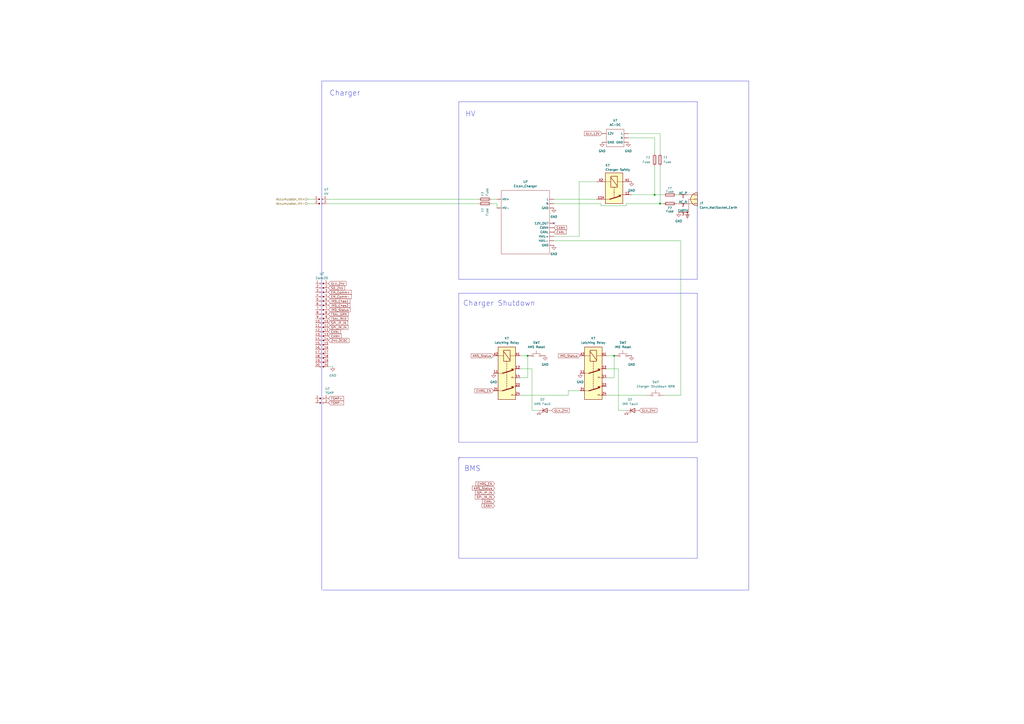
<source format=kicad_sch>
(kicad_sch (version 20230121) (generator eeschema)
  (paper "A2")
  (lib_symbols
    (symbol "Connector:Conn_WallSocket_Earth" (pin_names (offset 0))
      (property "Reference" "J" (at 3.81 6.985 0))
      (property "Value" "Conn_WallSocket_Earth" (at 7.62 2.54 90))
      (symbol "Conn_WallSocket_Earth_0_1"
        (circle (center 0 -5.08) (radius 0.3556) (fill (type outline)))
        (polyline (pts (xy -1.27 -6.35) (xy 1.27 -6.35)) (stroke (width 0.2032)))
        (polyline (pts (xy 0 -5.08) (xy 0 -6.35)) (stroke (width 0.2032)))
        (polyline (pts (xy 0.254 -8.382) (xy -0.254 -8.382)) (stroke (width 0.2032)))
        (polyline (pts (xy 0.508 -7.874) (xy -0.508 -7.874)) (stroke (width 0.2032)))
        (polyline (pts (xy 0.762 -7.366) (xy -0.762 -7.366)) (stroke (width 0.2032)))
        (polyline (pts (xy 1.016 -6.858) (xy -1.016 -6.858)) (stroke (width 0.2032)))
        (polyline (pts (xy 4.064 0) (xy 0 0)))
        (polyline (pts (xy 4.064 5.08) (xy 0 5.08)))
        (polyline (pts (xy 5.715 -1.27) (xy 5.715 6.35)) (stroke (width 0.254)))
        (polyline (pts (xy 0 -5.08) (xy 0.635 -5.08) (xy 0.635 2.54) (xy 4.064 2.54)))
        (rectangle (start 5.715 -0.254) (end 4.064 0.254))
        (rectangle (start 5.715 2.286) (end 4.064 2.794))
        (rectangle (start 5.715 4.826) (end 4.064 5.334))
        (arc (start 5.715 6.35) (mid 1.9216 2.54) (end 5.715 -1.27) (stroke (width 0.254)) (fill (type background)))
      )
      (symbol "Conn_WallSocket_Earth_1_1"
        (pin power_in line (at -5.08 5.08 0) (length 5.08) (name "AC_P") (number "1"))
        (pin power_in line (at -5.08 0 0) (length 5.08) (name "AC_N") (number "2"))
        (pin passive line (at -5.08 -5.08 0) (length 5.08) (name "EARTH") (number "3"))
      )
    )
    (symbol "Device:Fuse" (pin_numbers hide) (pin_names (offset 0))
      (property "Reference" "F" (at 2.032 0 90))
      (property "Value" "Fuse" (at -1.905 0 90))
      (symbol "Fuse_0_1"
        (rectangle (start -0.762 -2.54) (end 0.762 2.54) (stroke (width 0.254)))
        (polyline (pts (xy 0 2.54) (xy 0 -2.54)))
      )
      (symbol "Fuse_1_1"
        (pin passive line (at 0 3.81 270) (length 1.27) (name "~") (number "1"))
        (pin passive line (at 0 -3.81 90) (length 1.27) (name "~") (number "2"))
      )
    )
    (symbol "Device:LED" (pin_numbers hide) (pin_names (offset 1.016) hide)
      (property "Reference" "D" (at 0 2.54 0))
      (property "Value" "LED" (at 0 -2.54 0))
      (symbol "LED_0_1"
        (polyline (pts (xy -1.27 -1.27) (xy -1.27 1.27)) (stroke (width 0.254)))
        (polyline (pts (xy -1.27 0) (xy 1.27 0)))
        (polyline (pts (xy 1.27 -1.27) (xy 1.27 1.27) (xy -1.27 0) (xy 1.27 -1.27)) (stroke (width 0.254)))
        (polyline (pts (xy -3.048 -0.762) (xy -4.572 -2.286) (xy -3.81 -2.286) (xy -4.572 -2.286) (xy -4.572 -1.524)))
        (polyline (pts (xy -1.778 -0.762) (xy -3.302 -2.286) (xy -2.54 -2.286) (xy -3.302 -2.286) (xy -3.302 -1.524)))
      )
      (symbol "LED_1_1"
        (pin passive line (at -3.81 0 0) (length 2.54) (name "K") (number "1"))
        (pin passive line (at 3.81 0 180) (length 2.54) (name "A") (number "2"))
      )
    )
    (symbol "NER:AC-DC"
      (property "Reference" "U" (at 0 1.905 0))
      (property "Value" "AC-DC" (at 0 0 0))
      (symbol "AC-DC_0_1"
        (rectangle (start -5.08 -1.905) (end 5.08 -12.065))
      )
      (symbol "AC-DC_1_1"
        (pin bidirectional line (at 7.62 -4.445 180) (length 2.54) (name "12V") (number ""))
        (pin bidirectional line (at -7.62 -9.525 0) (length 2.54) (name "GND") (number ""))
        (pin bidirectional line (at 7.62 -9.525 180) (length 2.54) (name "GND") (number ""))
        (pin bidirectional line (at -7.62 -4.445 0) (length 2.54) (name "L") (number ""))
        (pin bidirectional line (at -7.62 -6.985 0) (length 2.54) (name "N") (number ""))
      )
    )
    (symbol "NER:Conn2"
      (property "Reference" "U" (at 0 3.81 0))
      (property "Value" "Conn2" (at 0 2.54 0))
      (symbol "Conn2_0_1"
        (circle (center -0.889 -2.54) (radius 0.381))
        (circle (center -0.889 0) (radius 0.381))
        (circle (center 0.889 -2.54) (radius 0.381) (fill (type outline)))
        (circle (center 0.889 0) (radius 0.381) (fill (type outline)))
      )
      (symbol "Conn2_1_1"
        (pin bidirectional line (at -3.81 0 0) (length 2.54) (name "") (number "1"))
        (pin bidirectional line (at 3.81 0 180) (length 2.54) (name "") (number "1"))
        (pin bidirectional line (at -3.81 -2.54 0) (length 2.54) (name "") (number "2"))
        (pin bidirectional line (at 3.81 -2.54 180) (length 2.54) (name "") (number "2"))
      )
    )
    (symbol "NER:Conn20"
      (property "Reference" "U" (at 0 3.81 0))
      (property "Value" "Conn20" (at 0 2.54 0))
      (symbol "Conn20_0_1"
        (circle (center -0.889 -48.26) (radius 0.381))
        (circle (center -0.889 -45.72) (radius 0.381))
        (circle (center -0.889 -43.18) (radius 0.381))
        (circle (center -0.889 -40.64) (radius 0.381))
        (circle (center -0.889 -38.1) (radius 0.381))
        (circle (center -0.889 -35.56) (radius 0.381))
        (circle (center -0.889 -33.02) (radius 0.381))
        (circle (center -0.889 -30.48) (radius 0.381))
        (circle (center -0.889 -27.94) (radius 0.381))
        (circle (center -0.889 -25.4) (radius 0.381))
        (circle (center -0.889 -22.86) (radius 0.381))
        (circle (center -0.889 -20.32) (radius 0.381))
        (circle (center -0.889 -17.78) (radius 0.381))
        (circle (center -0.889 -15.24) (radius 0.381))
        (circle (center -0.889 -12.7) (radius 0.381))
        (circle (center -0.889 -10.16) (radius 0.381))
        (circle (center -0.889 -7.62) (radius 0.381))
        (circle (center -0.889 -5.08) (radius 0.381))
        (circle (center -0.889 -2.54) (radius 0.381))
        (circle (center -0.889 0) (radius 0.381))
        (circle (center 0.889 -48.26) (radius 0.381) (fill (type outline)))
        (circle (center 0.889 -45.72) (radius 0.381) (fill (type outline)))
        (circle (center 0.889 -43.18) (radius 0.381) (fill (type outline)))
        (circle (center 0.889 -40.64) (radius 0.381) (fill (type outline)))
        (circle (center 0.889 -38.1) (radius 0.381) (fill (type outline)))
        (circle (center 0.889 -35.56) (radius 0.381) (fill (type outline)))
        (circle (center 0.889 -33.02) (radius 0.381) (fill (type outline)))
        (circle (center 0.889 -30.48) (radius 0.381) (fill (type outline)))
        (circle (center 0.889 -27.94) (radius 0.381) (fill (type outline)))
        (circle (center 0.889 -25.4) (radius 0.381) (fill (type outline)))
        (circle (center 0.889 -22.86) (radius 0.381) (fill (type outline)))
        (circle (center 0.889 -20.32) (radius 0.381) (fill (type outline)))
        (circle (center 0.889 -17.78) (radius 0.381) (fill (type outline)))
        (circle (center 0.889 -15.24) (radius 0.381) (fill (type outline)))
        (circle (center 0.889 -12.7) (radius 0.381) (fill (type outline)))
        (circle (center 0.889 -10.16) (radius 0.381) (fill (type outline)))
        (circle (center 0.889 -7.62) (radius 0.381) (fill (type outline)))
        (circle (center 0.889 -5.08) (radius 0.381) (fill (type outline)))
        (circle (center 0.889 -2.54) (radius 0.381) (fill (type outline)))
        (circle (center 0.889 0) (radius 0.381) (fill (type outline)))
      )
      (symbol "Conn20_1_1"
        (pin bidirectional line (at -3.81 0 0) (length 2.54) (name "") (number "1"))
        (pin bidirectional line (at 3.81 0 180) (length 2.54) (name "") (number "1"))
        (pin bidirectional line (at -3.81 -22.86 0) (length 2.54) (name "") (number "10"))
        (pin bidirectional line (at 3.81 -22.86 180) (length 2.54) (name "") (number "10"))
        (pin bidirectional line (at -3.81 -25.4 0) (length 2.54) (name "") (number "11"))
        (pin bidirectional line (at 3.81 -25.4 180) (length 2.54) (name "") (number "11"))
        (pin bidirectional line (at -3.81 -27.94 0) (length 2.54) (name "") (number "12"))
        (pin bidirectional line (at 3.81 -27.94 180) (length 2.54) (name "") (number "12"))
        (pin bidirectional line (at -3.81 -30.48 0) (length 2.54) (name "") (number "13"))
        (pin bidirectional line (at 3.81 -30.48 180) (length 2.54) (name "") (number "13"))
        (pin bidirectional line (at -3.81 -33.02 0) (length 2.54) (name "") (number "14"))
        (pin bidirectional line (at 3.81 -33.02 180) (length 2.54) (name "") (number "14"))
        (pin bidirectional line (at -3.81 -35.56 0) (length 2.54) (name "") (number "15"))
        (pin bidirectional line (at 3.81 -35.56 180) (length 2.54) (name "") (number "15"))
        (pin bidirectional line (at -3.81 -38.1 0) (length 2.54) (name "") (number "16"))
        (pin bidirectional line (at 3.81 -38.1 180) (length 2.54) (name "") (number "16"))
        (pin bidirectional line (at -3.81 -40.64 0) (length 2.54) (name "") (number "17"))
        (pin bidirectional line (at 3.81 -40.64 180) (length 2.54) (name "") (number "17"))
        (pin bidirectional line (at -3.81 -43.18 0) (length 2.54) (name "") (number "18"))
        (pin bidirectional line (at 3.81 -43.18 180) (length 2.54) (name "") (number "18"))
        (pin bidirectional line (at -3.81 -45.72 0) (length 2.54) (name "") (number "19"))
        (pin bidirectional line (at 3.81 -45.72 180) (length 2.54) (name "") (number "19"))
        (pin bidirectional line (at -3.81 -2.54 0) (length 2.54) (name "") (number "2"))
        (pin bidirectional line (at 3.81 -2.54 180) (length 2.54) (name "") (number "2"))
        (pin bidirectional line (at -3.81 -48.26 0) (length 2.54) (name "") (number "20"))
        (pin bidirectional line (at 3.81 -48.26 180) (length 2.54) (name "") (number "20"))
        (pin bidirectional line (at -3.81 -5.08 0) (length 2.54) (name "") (number "3"))
        (pin bidirectional line (at 3.81 -5.08 180) (length 2.54) (name "") (number "3"))
        (pin bidirectional line (at -3.81 -7.62 0) (length 2.54) (name "") (number "4"))
        (pin bidirectional line (at 3.81 -7.62 180) (length 2.54) (name "") (number "4"))
        (pin bidirectional line (at -3.81 -10.16 0) (length 2.54) (name "") (number "5"))
        (pin bidirectional line (at 3.81 -10.16 180) (length 2.54) (name "") (number "5"))
        (pin bidirectional line (at -3.81 -12.7 0) (length 2.54) (name "") (number "6"))
        (pin bidirectional line (at 3.81 -12.7 180) (length 2.54) (name "") (number "6"))
        (pin bidirectional line (at -3.81 -15.24 0) (length 2.54) (name "") (number "7"))
        (pin bidirectional line (at 3.81 -15.24 180) (length 2.54) (name "") (number "7"))
        (pin bidirectional line (at -3.81 -17.78 0) (length 2.54) (name "") (number "8"))
        (pin bidirectional line (at 3.81 -17.78 180) (length 2.54) (name "") (number "8"))
        (pin bidirectional line (at -3.81 -20.32 0) (length 2.54) (name "") (number "9"))
        (pin bidirectional line (at 3.81 -20.32 180) (length 2.54) (name "") (number "9"))
      )
    )
    (symbol "NER:Elcon_Charger"
      (property "Reference" "U" (at 0 8.89 0))
      (property "Value" "Elcon_Charger" (at 0 6.35 0))
      (symbol "Elcon_Charger_0_1"
        (rectangle (start -13.97 5.08) (end 13.97 -31.75))
      )
      (symbol "Elcon_Charger_1_1"
        (pin output line (at -16.51 -13.97 0) (length 2.54) (name "12V_OUT") (number ""))
        (pin output line (at -16.51 -16.51 0) (length 2.54) (name "CANH") (number ""))
        (pin output line (at -16.51 -19.05 0) (length 2.54) (name "CANL") (number ""))
        (pin output line (at -16.51 -26.67 0) (length 2.54) (name "GND") (number ""))
        (pin input line (at -16.51 -5.08 0) (length 2.54) (name "GND") (number ""))
        (pin output line (at 16.51 0 180) (length 2.54) (name "HV+") (number ""))
        (pin output line (at 16.51 -5.08 180) (length 2.54) (name "HV-") (number ""))
        (pin output line (at -16.51 -21.59 0) (length 2.54) (name "HVIL+") (number ""))
        (pin output line (at -16.51 -24.13 0) (length 2.54) (name "HVIL-") (number ""))
        (pin input line (at -16.51 0 0) (length 2.54) (name "L") (number ""))
        (pin input line (at -16.51 -2.54 0) (length 2.54) (name "N") (number ""))
      )
    )
    (symbol "Relay:RAYEX-L90B"
      (property "Reference" "K" (at 8.89 3.81 0))
      (property "Value" "RAYEX-L90B" (at 8.89 1.27 0))
      (symbol "RAYEX-L90B_1_0"
        (polyline (pts (xy 2.54 3.81) (xy 2.54 5.08)))
      )
      (symbol "RAYEX-L90B_1_1"
        (rectangle (start -10.16 5.08) (end 7.62 -5.08) (stroke (width 0.254)) (fill (type background)))
        (rectangle (start -8.255 1.905) (end -1.905 -1.905) (stroke (width 0.254)))
        (polyline (pts (xy -7.62 -1.905) (xy -2.54 1.905)) (stroke (width 0.254)))
        (polyline (pts (xy -5.08 -5.08) (xy -5.08 -1.905)))
        (polyline (pts (xy -5.08 5.08) (xy -5.08 1.905)))
        (polyline (pts (xy -1.905 0) (xy -1.27 0)) (stroke (width 0.254)))
        (polyline (pts (xy -0.635 0) (xy 0 0)) (stroke (width 0.254)))
        (polyline (pts (xy 0.635 0) (xy 1.27 0)) (stroke (width 0.254)))
        (polyline (pts (xy 0.635 0) (xy 1.27 0)) (stroke (width 0.254)))
        (polyline (pts (xy 1.905 0) (xy 2.54 0)) (stroke (width 0.254)))
        (polyline (pts (xy 3.175 0) (xy 3.81 0)) (stroke (width 0.254)))
        (polyline (pts (xy 5.08 -2.54) (xy 3.175 3.81)) (stroke (width 0.508)))
        (polyline (pts (xy 5.08 -2.54) (xy 5.08 -5.08)))
        (polyline (pts (xy 2.54 2.54) (xy 3.175 3.175) (xy 2.54 3.81)) (fill (type outline)))
        (pin passive line (at 5.08 -10.16 90) (length 5.08) (name "~") (number "11A"))
        (pin passive line (at 5.08 -10.16 90) (length 5.08) hide (name "~") (number "11B"))
        (pin passive line (at 2.54 10.16 270) (length 5.08) (name "~") (number "12"))
        (pin passive line (at -5.08 10.16 270) (length 5.08) (name "~") (number "A1"))
        (pin passive line (at -5.08 -10.16 90) (length 5.08) (name "~") (number "A2"))
      )
    )
    (symbol "Relay:RT42xAxx"
      (property "Reference" "K" (at 16.51 3.81 0))
      (property "Value" "RT42xAxx" (at 16.51 1.27 0))
      (symbol "RT42xAxx_0_0"
        (polyline (pts (xy -7.62 1.905) (xy -12.7 -1.905)) (stroke (width 0.254)))
      )
      (symbol "RT42xAxx_0_1"
        (rectangle (start -15.24 5.08) (end 15.24 -5.08) (stroke (width 0.254)) (fill (type background)))
        (rectangle (start -13.335 1.905) (end -6.985 -1.905) (stroke (width 0.254)))
        (polyline (pts (xy -10.16 -5.08) (xy -10.16 -1.905)))
        (polyline (pts (xy -10.16 5.08) (xy -10.16 1.905)))
        (polyline (pts (xy -6.985 0) (xy -6.35 0)) (stroke (width 0.254)))
        (polyline (pts (xy -5.715 0) (xy -5.08 0)) (stroke (width 0.254)))
        (polyline (pts (xy -4.445 0) (xy -3.81 0)) (stroke (width 0.254)))
        (polyline (pts (xy -3.175 0) (xy -2.54 0)) (stroke (width 0.254)))
        (polyline (pts (xy -1.905 0) (xy -1.27 0)) (stroke (width 0.254)))
        (polyline (pts (xy -0.635 0) (xy 0 0)) (stroke (width 0.254)))
        (polyline (pts (xy 0 -2.54) (xy -1.905 3.81)) (stroke (width 0.508)))
        (polyline (pts (xy 0 -2.54) (xy 0 -5.08)))
        (polyline (pts (xy 0.635 0) (xy 1.27 0)) (stroke (width 0.254)))
        (polyline (pts (xy 1.905 0) (xy 2.54 0)) (stroke (width 0.254)))
        (polyline (pts (xy 3.175 0) (xy 3.81 0)) (stroke (width 0.254)))
        (polyline (pts (xy 4.445 0) (xy 5.08 0)) (stroke (width 0.254)))
        (polyline (pts (xy 5.715 0) (xy 6.35 0)) (stroke (width 0.254)))
        (polyline (pts (xy 6.985 0) (xy 7.62 0)) (stroke (width 0.254)))
        (polyline (pts (xy 8.255 0) (xy 8.89 0)) (stroke (width 0.254)))
        (polyline (pts (xy 10.16 -2.54) (xy 8.255 3.81)) (stroke (width 0.508)))
        (polyline (pts (xy 10.16 -2.54) (xy 10.16 -5.08)))
        (polyline (pts (xy -2.54 5.08) (xy -2.54 2.54) (xy -1.905 3.175) (xy -2.54 3.81)) (fill (type outline)))
        (polyline (pts (xy 2.54 5.08) (xy 2.54 2.54) (xy 1.905 3.175) (xy 2.54 3.81)))
        (polyline (pts (xy 7.62 5.08) (xy 7.62 2.54) (xy 8.255 3.175) (xy 7.62 3.81)) (fill (type outline)))
        (polyline (pts (xy 12.7 5.08) (xy 12.7 2.54) (xy 12.065 3.175) (xy 12.7 3.81)))
      )
      (symbol "RT42xAxx_1_1"
        (pin passive line (at 0 -7.62 90) (length 2.54) (name "~") (number "11"))
        (pin passive line (at -2.54 7.62 270) (length 2.54) (name "~") (number "12"))
        (pin passive line (at 2.54 7.62 270) (length 2.54) (name "~") (number "14"))
        (pin passive line (at 10.16 -7.62 90) (length 2.54) (name "~") (number "21"))
        (pin passive line (at 7.62 7.62 270) (length 2.54) (name "~") (number "22"))
        (pin passive line (at 12.7 7.62 270) (length 2.54) (name "~") (number "24"))
        (pin passive line (at -10.16 7.62 270) (length 2.54) (name "~") (number "A1"))
        (pin passive line (at -10.16 -7.62 90) (length 2.54) (name "~") (number "A2"))
      )
    )
    (symbol "Switch:SW_Push" (pin_numbers hide) (pin_names (offset 1.016) hide)
      (property "Reference" "SW" (at 1.27 2.54 0))
      (property "Value" "SW_Push" (at 0 -1.524 0))
      (symbol "SW_Push_0_1"
        (circle (center -2.032 0) (radius 0.508))
        (polyline (pts (xy 0 1.27) (xy 0 3.048)))
        (polyline (pts (xy 2.54 1.27) (xy -2.54 1.27)))
        (circle (center 2.032 0) (radius 0.508))
        (pin passive line (at -5.08 0 0) (length 2.54) (name "1") (number "1"))
        (pin passive line (at 5.08 0 180) (length 2.54) (name "2") (number "2"))
      )
    )
    (symbol "power:GND" (power) (pin_names (offset 0))
      (property "Value" "GND" (at 0 -3.81 0))
      (symbol "GND_0_1"
        (polyline (pts (xy 0 0) (xy 0 -1.27) (xy 1.27 -1.27) (xy 0 -2.54) (xy -1.27 -1.27) (xy 0 -1.27)))
      )
      (symbol "GND_1_1"
        (pin power_in line (at 0 0 270) (length 0) hide (name "GND") (number "1"))
      )
    )
  )
  (junction (at 306.07 206.375))
  (junction (at 356.235 206.375))
  (junction (at 379.73 113.03))
  (junction (at 382.905 118.11))
  (no_connect (at 321.31 129.54))
  (wire (pts (xy 356.235 219.075) (xy 351.79 219.075)))
  (wire (pts (xy 394.97 139.7) (xy 394.97 229.235)))
  (polyline (pts (xy 186.69 46.99) (xy 186.69 342.265)))
  (wire (pts (xy 366.395 113.03) (xy 379.73 113.03)))
  (polyline (pts (xy 266.065 256.54) (xy 266.065 170.18)))
  (wire (pts (xy 335.915 137.16) (xy 321.31 137.16)))
  (wire (pts (xy 363.22 119.38) (xy 363.22 118.11)))
  (wire (pts (xy 382.905 77.47) (xy 382.905 88.9)))
  (polyline (pts (xy 404.495 59.055) (xy 404.495 111.125)))
  (wire (pts (xy 189.865 115.57) (xy 277.495 115.57)))
  (wire (pts (xy 308.61 238.125) (xy 308.61 213.995)))
  (wire (pts (xy 358.775 238.125) (xy 358.775 213.995)))
  (polyline (pts (xy 404.495 256.54) (xy 266.065 256.54)))
  (wire (pts (xy 392.43 118.11) (xy 393.7 118.11)))
  (wire (pts (xy 348.615 118.11) (xy 348.615 119.38)))
  (wire (pts (xy 329.565 226.695) (xy 336.55 226.695)))
  (wire (pts (xy 178.435 118.11) (xy 182.245 118.11)))
  (polyline (pts (xy 266.065 59.055) (xy 404.495 59.055)))
  (polyline (pts (xy 266.065 265.43) (xy 266.7 265.43)))
  (polyline (pts (xy 404.495 265.43) (xy 404.495 323.85)))
  (wire (pts (xy 312.42 238.125) (xy 308.61 238.125)))
  (wire (pts (xy 189.865 118.11) (xy 277.495 118.11)))
  (wire (pts (xy 301.625 206.375) (xy 306.07 206.375)))
  (polyline (pts (xy 187.325 342.265) (xy 434.34 342.265)))
  (polyline (pts (xy 266.065 266.7) (xy 266.065 265.43)))
  (polyline (pts (xy 404.495 170.18) (xy 404.495 256.54)))
  (wire (pts (xy 321.31 118.11) (xy 348.615 118.11)))
  (wire (pts (xy 321.31 139.7) (xy 394.97 139.7)))
  (wire (pts (xy 306.07 219.075) (xy 301.625 219.075)))
  (polyline (pts (xy 434.34 342.265) (xy 434.34 46.99)))
  (wire (pts (xy 285.115 115.57) (xy 288.29 115.57)))
  (wire (pts (xy 348.615 119.38) (xy 363.22 119.38)))
  (polyline (pts (xy 266.065 170.18) (xy 404.495 170.18)))
  (polyline (pts (xy 266.065 265.43) (xy 404.495 265.43)))
  (wire (pts (xy 382.905 118.11) (xy 384.81 118.11)))
  (polyline (pts (xy 404.495 161.925) (xy 266.065 161.925)))
  (polyline (pts (xy 266.065 161.925) (xy 266.065 59.055)))
  (wire (pts (xy 288.29 118.11) (xy 288.29 120.65)))
  (wire (pts (xy 182.245 115.57) (xy 178.435 115.57)))
  (polyline (pts (xy 434.34 46.99) (xy 186.69 46.99)))
  (wire (pts (xy 382.905 96.52) (xy 382.905 118.11)))
  (wire (pts (xy 394.97 229.235) (xy 385.445 229.235)))
  (wire (pts (xy 358.775 213.995) (xy 351.79 213.995)))
  (polyline (pts (xy 404.495 323.85) (xy 266.065 323.85)))
  (polyline (pts (xy 404.495 111.125) (xy 404.495 161.925)))
  (wire (pts (xy 379.73 80.01) (xy 379.73 88.9)))
  (wire (pts (xy 346.075 105.41) (xy 335.915 105.41)))
  (wire (pts (xy 329.565 229.235) (xy 329.565 226.695)))
  (wire (pts (xy 379.73 96.52) (xy 379.73 113.03)))
  (wire (pts (xy 288.29 118.11) (xy 285.115 118.11)))
  (wire (pts (xy 193.04 212.725) (xy 190.5 212.725)))
  (wire (pts (xy 351.79 206.375) (xy 356.235 206.375)))
  (wire (pts (xy 308.61 213.995) (xy 301.625 213.995)))
  (wire (pts (xy 356.235 206.375) (xy 356.235 219.075)))
  (wire (pts (xy 363.22 118.11) (xy 382.905 118.11)))
  (wire (pts (xy 379.73 113.03) (xy 384.81 113.03)))
  (wire (pts (xy 364.49 77.47) (xy 382.905 77.47)))
  (wire (pts (xy 301.625 229.235) (xy 329.565 229.235)))
  (wire (pts (xy 392.43 113.03) (xy 393.7 113.03)))
  (wire (pts (xy 363.22 238.125) (xy 358.775 238.125)))
  (wire (pts (xy 321.31 115.57) (xy 346.075 115.57)))
  (wire (pts (xy 351.79 229.235) (xy 375.285 229.235)))
  (wire (pts (xy 364.49 80.01) (xy 379.73 80.01)))
  (wire (pts (xy 306.07 206.375) (xy 306.07 219.075)))
  (polyline (pts (xy 266.065 323.85) (xy 266.065 266.065)))
  (wire (pts (xy 335.915 105.41) (xy 335.915 137.16)))
  (text "Charger Shutdown" (at 268.605 177.8 0) (effects (font (size 3.048 3.048)) (justify left bottom)))
  (text "BMS" (at 269.24 273.685 0) (effects (font (size 3.048 3.048)) (justify left bottom)))
  (text "HV\n" (at 269.875 67.945 0) (effects (font (size 3.048 3.048)) (justify left bottom)))
  (text "Charger" (at 191.135 55.88 0) (effects (font (size 3.048 3.048)) (justify left bottom)))
  (global_label "IMD_Chas2" (shape input) (at 190.5 177.165 0) (property "Intersheetrefs" "${INTERSHEET_REFS}" (effects hide)))
  (global_label "EM_Comm-" (shape input) (at 190.5 172.085 0) (property "Intersheetrefs" "${INTERSHEET_REFS}" (effects hide)))
  (global_label "IMD_Status" (shape input) (at 190.5 179.705 0) (property "Intersheetrefs" "${INTERSHEET_REFS}" (effects hide)))
  (global_label "SPI_IM_IN" (shape input) (at 190.5 189.865 0) (property "Intersheetrefs" "${INTERSHEET_REFS}" (effects hide)))
  (global_label "CHRG_EN" (shape input) (at 286.385 226.695 180) (property "Intersheetrefs" "${INTERSHEET_REFS}" (effects hide)))
  (global_label "CANL" (shape input) (at 190.5 192.405 0) (property "Intersheetrefs" "${INTERSHEET_REFS}" (effects hide)))
  (global_label "SPI_IP_IN" (shape input) (at 287.02 285.75 180) (property "Intersheetrefs" "${INTERSHEET_REFS}" (effects hide)))
  (global_label "GLV_24V" (shape input) (at 370.84 238.125 0) (property "Intersheetrefs" "${INTERSHEET_REFS}" (effects hide)))
  (global_label "TSMP+" (shape input) (at 190.5 231.14 0) (property "Intersheetrefs" "${INTERSHEET_REFS}" (effects hide)))
  (global_label "TSAL_RED" (shape input) (at 190.5 184.785 0) (property "Intersheetrefs" "${INTERSHEET_REFS}" (effects hide)))
  (global_label "CANH" (shape input) (at 321.31 132.08 0) (property "Intersheetrefs" "${INTERSHEET_REFS}" (effects hide)))
  (global_label "CHRG_EN" (shape input) (at 287.02 280.67 180) (property "Intersheetrefs" "${INTERSHEET_REFS}" (effects hide)))
  (global_label "SPI_IP_IN" (shape input) (at 190.5 187.325 0) (property "Intersheetrefs" "${INTERSHEET_REFS}" (effects hide)))
  (global_label "GLV_12V" (shape input) (at 349.25 77.47 180) (property "Intersheetrefs" "${INTERSHEET_REFS}" (effects hide)))
  (global_label "SPI_IM_IN" (shape input) (at 287.02 288.29 180) (property "Intersheetrefs" "${INTERSHEET_REFS}" (effects hide)))
  (global_label "AMS_Status" (shape input) (at 287.02 283.21 180) (property "Intersheetrefs" "${INTERSHEET_REFS}" (effects hide)))
  (global_label "AMS_Status" (shape input) (at 286.385 206.375 180) (property "Intersheetrefs" "${INTERSHEET_REFS}" (effects hide)))
  (global_label "IMD_Status" (shape input) (at 336.55 206.375 180) (property "Intersheetrefs" "${INTERSHEET_REFS}" (effects hide)))
  (global_label "CANL" (shape input) (at 287.02 290.83 180) (property "Intersheetrefs" "${INTERSHEET_REFS}" (effects hide)))
  (global_label "CANL" (shape input) (at 321.31 134.62 0) (property "Intersheetrefs" "${INTERSHEET_REFS}" (effects hide)))
  (global_label "TSAL_GRN" (shape input) (at 190.5 182.245 0) (property "Intersheetrefs" "${INTERSHEET_REFS}" (effects hide)))
  (global_label "CANH" (shape input) (at 287.02 293.37 180) (property "Intersheetrefs" "${INTERSHEET_REFS}" (effects hide)))
  (global_label "GLV_24V" (shape input) (at 190.5 164.465 0) (property "Intersheetrefs" "${INTERSHEET_REFS}" (effects hide)))
  (global_label "SD_24V" (shape input) (at 190.5 167.005 0) (property "Intersheetrefs" "${INTERSHEET_REFS}" (effects hide)))
  (global_label "IMD_Chas1" (shape input) (at 190.5 174.625 0) (property "Intersheetrefs" "${INTERSHEET_REFS}" (effects hide)))
  (global_label "TSMP-" (shape input) (at 190.5 233.68 0) (property "Intersheetrefs" "${INTERSHEET_REFS}" (effects hide)))
  (global_label "GLV_24V" (shape input) (at 320.04 238.125 0) (property "Intersheetrefs" "${INTERSHEET_REFS}" (effects hide)))
  (global_label "CANH" (shape input) (at 190.5 194.945 0) (property "Intersheetrefs" "${INTERSHEET_REFS}" (effects hide)))
  (global_label "EM_Comm+" (shape input) (at 190.5 169.545 0) (property "Intersheetrefs" "${INTERSHEET_REFS}" (effects hide)))
  (global_label "24V_DCDC" (shape input) (at 190.5 197.485 0) (property "Intersheetrefs" "${INTERSHEET_REFS}" (effects hide)))
  (hierarchical_label "Accumulator_HV+" (shape input) (at 178.435 115.57 180))
  (hierarchical_label "Accumulator_HV-" (shape input) (at 178.435 118.11 180))
  (symbol (lib_id "power:GND") (at 316.23 206.375 0) (unit 1)
    (property "Reference" "#PWR?" (effects hide))
    (property "Value" "GND" (at 316.23 211.455 0))
    (instances (project "NER22A" (path "" (reference "#PWR?") (unit 1)) (path "" (reference "#PWR020") (unit 1)) (path "" (reference "#PWR031") (unit 1))))
  )
  (symbol (lib_id "NER:Conn2") (at 186.69 231.14 0) (mirror y) (unit 1)
    (property "Reference" "U?" (at 188.595 225.425 0) (effects (justify right)))
    (property "Value" "TSMP" (at 188.595 227.965 0) (effects (justify right)))
    (instances (project "NER22A" (path "" (reference "U?") (unit 1)) (path "" (reference "U26") (unit 1)) (path "" (reference "U31") (unit 1))))
  )
  (symbol (lib_id "Device:LED") (at 367.03 238.125 0) (unit 1)
    (property "Reference" "D?" (at 365.4425 231.775 0))
    (property "Value" "IMD Fault" (at 365.4425 234.315 0))
    (instances (project "NER22A" (path "" (reference "D?") (unit 1)) (path "" (reference "D10") (unit 1)) (path "" (reference "D12") (unit 1))))
  )
  (symbol (lib_id "power:GND") (at 193.04 212.725 0) (unit 1)
    (property "Reference" "#PWR?" (effects hide))
    (property "Value" "GND" (at 193.04 217.805 0))
    (instances (project "NER22A" (path "" (reference "#PWR?") (unit 1)) (path "" (reference "#PWR018") (unit 1)) (path "" (reference "#PWR029") (unit 1))))
  )
  (symbol (lib_id "Relay:RT42xAxx") (at 294.005 216.535 270) (unit 1)
    (property "Reference" "K?" (at 294.005 196.215 90))
    (property "Value" "Latching Relay" (at 294.005 198.755 90))
    (property "Footprint" "Relay_THT:Relay_DPDT_Schrack-RT2-FormC_RM5mm" (effects hide))
    (property "Datasheet" "http://www.te.com/commerce/DocumentDelivery/DDEController?Action=showdoc&DocId=Data+Sheet%7FRT2_bistable%7F1116%7Fpdf%7FEnglish%7FENG_DS_RT2_bistable_1116.pdf%7F1-1415537-8" (effects hide))
    (instances (project "NER22A" (path "" (reference "K?") (unit 1)) (path "" (reference "K8") (unit 1)) (path "" (reference "K11") (unit 1))))
  )
  (symbol (lib_id "NER:Elcon_Charger") (at 304.8 115.57 0) (mirror y) (unit 1)
    (property "Reference" "U?" (at 304.8 105.41 0))
    (property "Value" "Elcon_Charger" (at 304.8 107.95 0))
    (instances (project "NER22A" (path "" (reference "U?") (unit 1)) (path "" (reference "U27") (unit 1)) (path "" (reference "U32") (unit 1))))
  )
  (symbol (lib_id "power:GND") (at 321.31 120.65 0) (unit 1)
    (property "Reference" "#PWR?" (effects hide))
    (property "Value" "GND" (at 321.31 125.73 0))
    (instances (project "NER22A" (path "" (reference "#PWR?") (unit 1)) (path "" (reference "#PWR021") (unit 1)) (path "" (reference "#PWR032") (unit 1))))
  )
  (symbol (lib_id "Device:Fuse") (at 388.62 113.03 90) (unit 1)
    (property "Reference" "F?" (at 388.62 109.22 90))
    (property "Value" "Fuse" (at 388.62 111.125 90))
    (instances (project "NER22A" (path "" (reference "F?") (unit 1)) (path "" (reference "F628") (unit 1)) (path "" (reference "F634") (unit 1))))
  )
  (symbol (lib_id "NER:Conn20") (at 186.69 164.465 0) (unit 1)
    (property "Reference" "U?" (at 186.69 158.75 0))
    (property "Value" "Conn20" (at 186.69 161.29 0))
    (instances (project "NER22A" (path "" (reference "U?") (unit 1)) (path "" (reference "U25") (unit 1)) (path "" (reference "U30") (unit 1))))
  )
  (symbol (lib_id "Device:Fuse") (at 382.905 92.71 0) (mirror y) (unit 1)
    (property "Reference" "F?" (at 384.81 91.4399 0) (effects (justify right)))
    (property "Value" "Fuse" (at 384.81 93.9799 0) (effects (justify right)))
    (instances (project "NER22A" (path "" (reference "F?") (unit 1)) (path "" (reference "F627") (unit 1)) (path "" (reference "F633") (unit 1))))
  )
  (symbol (lib_id "power:GND") (at 349.25 82.55 0) (unit 1)
    (property "Reference" "#PWR?" (effects hide))
    (property "Value" "GND" (at 349.25 87.63 0))
    (instances (project "NER22A" (path "" (reference "#PWR?") (unit 1)) (path "" (reference "#PWR024") (unit 1)) (path "" (reference "#PWR035") (unit 1))))
  )
  (symbol (lib_id "power:GND") (at 393.7 123.19 0) (unit 1)
    (property "Reference" "#PWR?" (effects hide))
    (property "Value" "GND" (at 393.7 128.27 0))
    (instances (project "NER22A" (path "" (reference "#PWR?") (unit 1)) (path "" (reference "#PWR028") (unit 1)) (path "" (reference "#PWR039") (unit 1))))
  )
  (symbol (lib_id "NER:AC-DC") (at 356.87 73.025 0) (mirror y) (unit 1)
    (property "Reference" "U?" (at 356.87 69.85 0))
    (property "Value" "AC-DC" (at 356.87 72.39 0))
    (instances (project "NER22A" (path "" (reference "U?") (unit 1)) (path "" (reference "U28") (unit 1)) (path "" (reference "U33") (unit 1))))
  )
  (symbol (lib_id "power:GND") (at 366.395 206.375 0) (unit 1)
    (property "Reference" "#PWR?" (effects hide))
    (property "Value" "GND" (at 366.395 211.455 0))
    (instances (project "NER22A" (path "" (reference "#PWR?") (unit 1)) (path "" (reference "#PWR027") (unit 1)) (path "" (reference "#PWR038") (unit 1))))
  )
  (symbol (lib_id "Device:Fuse") (at 281.305 118.11 270) (mirror x) (unit 1)
    (property "Reference" "F?" (at 280.0349 120.65 0) (effects (justify right)))
    (property "Value" "Fuse" (at 282.5749 120.65 0) (effects (justify right)))
    (instances (project "NER22A" (path "" (reference "F?") (unit 1)) (path "" (reference "F625") (unit 1)) (path "" (reference "F631") (unit 1))))
  )
  (symbol (lib_id "NER:Conn2") (at 186.055 115.57 0) (mirror y) (unit 1)
    (property "Reference" "U?" (at 187.96 109.855 0) (effects (justify right)))
    (property "Value" "HV" (at 187.96 112.395 0) (effects (justify right)))
    (instances (project "NER22A" (path "" (reference "U?") (unit 1)) (path "" (reference "U24") (unit 1)) (path "" (reference "U29") (unit 1))))
  )
  (symbol (lib_id "Relay:RT42xAxx") (at 344.17 216.535 270) (unit 1)
    (property "Reference" "K?" (at 344.17 196.215 90))
    (property "Value" "Latching Relay" (at 344.17 198.755 90))
    (property "Footprint" "Relay_THT:Relay_DPDT_Schrack-RT2-FormC_RM5mm" (effects hide))
    (property "Datasheet" "http://www.te.com/commerce/DocumentDelivery/DDEController?Action=showdoc&DocId=Data+Sheet%7FRT2_bistable%7F1116%7Fpdf%7FEnglish%7FENG_DS_RT2_bistable_1116.pdf%7F1-1415537-8" (effects hide))
    (instances (project "NER22A" (path "" (reference "K?") (unit 1)) (path "" (reference "K9") (unit 1)) (path "" (reference "K12") (unit 1))))
  )
  (symbol (lib_id "Device:Fuse") (at 379.73 92.71 0) (mirror x) (unit 1)
    (property "Reference" "F?" (at 377.19 91.4399 0) (effects (justify right)))
    (property "Value" "Fuse" (at 377.19 93.9799 0) (effects (justify right)))
    (instances (project "NER22A" (path "" (reference "F?") (unit 1)) (path "" (reference "F626") (unit 1)) (path "" (reference "F632") (unit 1))))
  )
  (symbol (lib_id "Relay:RAYEX-L90B") (at 356.235 110.49 270) (unit 1)
    (property "Reference" "K?" (at 351.155 95.885 90) (effects (justify left)))
    (property "Value" "Charger Safety" (at 351.155 98.425 90) (effects (justify left)))
    (property "Footprint" "Relay_THT:Relay_SPST_RAYEX-L90B" (effects hide))
    (property "Datasheet" "https://a3.sofastcdn.com/attachment/7jioKBjnRiiSrjrjknRiwS77gwbf3zmp/L90-SERIES.pdf" (effects hide))
    (instances (project "NER22A" (path "" (reference "K?") (unit 1)) (path "" (reference "K10") (unit 1)) (path "" (reference "K13") (unit 1))))
  )
  (symbol (lib_id "Switch:SW_Push") (at 361.315 206.375 0) (unit 1)
    (property "Reference" "SW?" (at 361.315 198.755 0))
    (property "Value" "IMD Reset" (at 361.315 201.295 0))
    (instances (project "NER22A" (path "" (reference "SW?") (unit 1)) (path "" (reference "SW14") (unit 1)) (path "" (reference "SW17") (unit 1))))
  )
  (symbol (lib_id "Device:Fuse") (at 281.305 115.57 90) (mirror x) (unit 1)
    (property "Reference" "F?" (at 280.0349 113.665 0) (effects (justify right)))
    (property "Value" "Fuse" (at 282.5749 113.665 0) (effects (justify right)))
    (instances (project "NER22A" (path "" (reference "F?") (unit 1)) (path "" (reference "F624") (unit 1)) (path "" (reference "F630") (unit 1))))
  )
  (symbol (lib_id "Switch:SW_Push") (at 380.365 229.235 0) (unit 1)
    (property "Reference" "SW?" (at 380.365 221.615 0))
    (property "Value" "Charger Shutdown BRB" (at 380.365 224.155 0))
    (instances (project "NER22A" (path "" (reference "SW?") (unit 1)) (path "" (reference "SW15") (unit 1)) (path "" (reference "SW18") (unit 1))))
  )
  (symbol (lib_id "power:GND") (at 321.31 142.24 0) (unit 1)
    (property "Reference" "#PWR?" (effects hide))
    (property "Value" "GND" (at 321.31 147.32 0))
    (instances (project "NER22A" (path "" (reference "#PWR?") (unit 1)) (path "" (reference "#PWR022") (unit 1)) (path "" (reference "#PWR033") (unit 1))))
  )
  (symbol (lib_id "Device:LED") (at 316.23 238.125 0) (unit 1)
    (property "Reference" "D?" (at 314.6425 231.775 0))
    (property "Value" "AMS Fault" (at 314.6425 234.315 0))
    (instances (project "NER22A" (path "" (reference "D?") (unit 1)) (path "" (reference "D9") (unit 1)) (path "" (reference "D11") (unit 1))))
  )
  (symbol (lib_id "Switch:SW_Push") (at 311.15 206.375 0) (unit 1)
    (property "Reference" "SW?" (at 311.15 198.755 0))
    (property "Value" "AMS Reset" (at 311.15 201.295 0))
    (instances (project "NER22A" (path "" (reference "SW?") (unit 1)) (path "" (reference "SW13") (unit 1)) (path "" (reference "SW16") (unit 1))))
  )
  (symbol (lib_id "Device:Fuse") (at 388.62 118.11 270) (unit 1)
    (property "Reference" "F?" (at 388.62 120.65 90))
    (property "Value" "Fuse" (at 388.62 122.555 90))
    (instances (project "NER22A" (path "" (reference "F?") (unit 1)) (path "" (reference "F629") (unit 1)) (path "" (reference "F635") (unit 1))))
  )
  (symbol (lib_id "Connector:Conn_WallSocket_Earth") (at 398.78 118.11 0) (unit 1)
    (property "Reference" "J?" (at 405.765 117.8432 0) (effects (justify left)))
    (property "Value" "Conn_WallSocket_Earth" (at 405.765 120.3832 0) (effects (justify left)))
    (instances (project "NER22A" (path "" (reference "J?") (unit 1)) (path "" (reference "J7") (unit 1)) (path "" (reference "J8") (unit 1))))
  )
  (symbol (lib_id "power:GND") (at 364.49 82.55 0) (unit 1)
    (property "Reference" "#PWR?" (effects hide))
    (property "Value" "GND" (at 364.49 87.63 0))
    (instances (project "NER22A" (path "" (reference "#PWR?") (unit 1)) (path "" (reference "#PWR025") (unit 1)) (path "" (reference "#PWR036") (unit 1))))
  )
  (symbol (lib_id "power:GND") (at 286.385 216.535 0) (unit 1)
    (property "Reference" "#PWR?" (effects hide))
    (property "Value" "GND" (at 286.385 221.615 0))
    (instances (project "NER22A" (path "" (reference "#PWR?") (unit 1)) (path "" (reference "#PWR019") (unit 1)) (path "" (reference "#PWR030") (unit 1))))
  )
  (symbol (lib_id "power:GND") (at 366.395 105.41 0) (unit 1)
    (property "Reference" "#PWR?" (effects hide))
    (property "Value" "GND" (at 366.395 110.49 0))
    (instances (project "NER22A" (path "" (reference "#PWR?") (unit 1)) (path "" (reference "#PWR026") (unit 1)) (path "" (reference "#PWR037") (unit 1))))
  )
  (symbol (lib_id "power:GND") (at 336.55 216.535 0) (unit 1)
    (property "Reference" "#PWR?" (effects hide))
    (property "Value" "GND" (at 336.55 221.615 0))
    (instances (project "NER22A" (path "" (reference "#PWR?") (unit 1)) (path "" (reference "#PWR023") (unit 1)) (path "" (reference "#PWR034") (unit 1))))
  )
)
</source>
